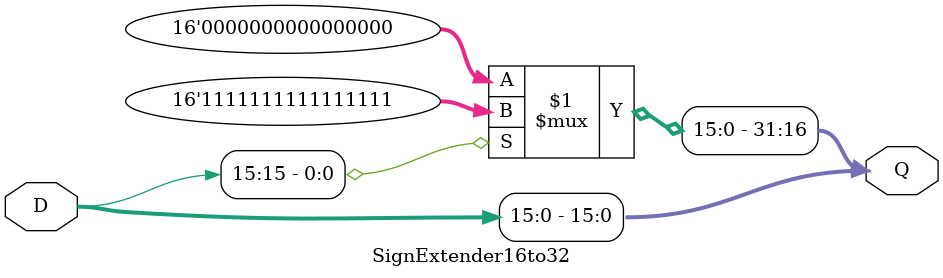
<source format=v>
`timescale 1ns / 1ps

module SignExtender16to32(
    input[15:0] D,
    output wire[31:0] Q
    );
    
    assign Q = {D[15] ? 16'hffff : 16'h0000, D};
endmodule

</source>
